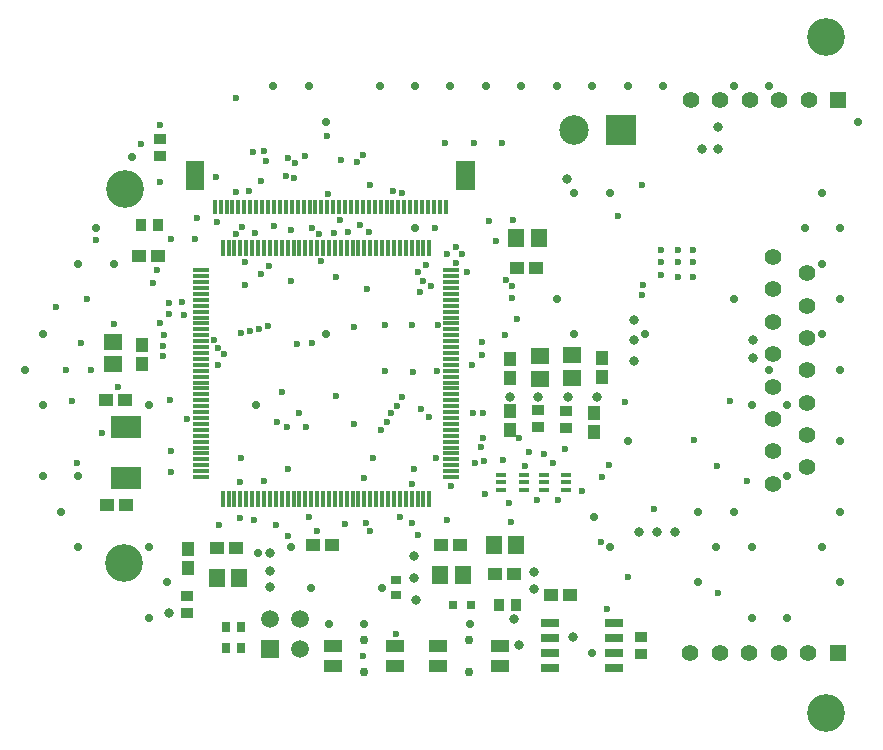
<source format=gbr>
G04*
G04 #@! TF.GenerationSoftware,Altium Limited,Altium Designer,25.1.2 (22)*
G04*
G04 Layer_Color=8388736*
%FSLAX25Y25*%
%MOIN*%
G70*
G04*
G04 #@! TF.SameCoordinates,8CEF69DF-C305-4807-9533-15B17650E19F*
G04*
G04*
G04 #@! TF.FilePolarity,Negative*
G04*
G01*
G75*
%ADD16R,0.01378X0.05315*%
%ADD17R,0.05315X0.01378*%
%ADD18R,0.04134X0.03543*%
%ADD19R,0.01200X0.04700*%
%ADD20R,0.03347X0.01575*%
G04:AMPARAMS|DCode=21|XSize=61.02mil|YSize=23.62mil|CornerRadius=2.01mil|HoleSize=0mil|Usage=FLASHONLY|Rotation=0.000|XOffset=0mil|YOffset=0mil|HoleType=Round|Shape=RoundedRectangle|*
%AMROUNDEDRECTD21*
21,1,0.06102,0.01961,0,0,0.0*
21,1,0.05701,0.02362,0,0,0.0*
1,1,0.00402,0.02850,-0.00980*
1,1,0.00402,-0.02850,-0.00980*
1,1,0.00402,-0.02850,0.00980*
1,1,0.00402,0.02850,0.00980*
%
%ADD21ROUNDEDRECTD21*%
%ADD22R,0.03150X0.03740*%
%ADD23R,0.04758X0.03985*%
%ADD24R,0.06102X0.03937*%
%ADD25R,0.03740X0.03150*%
%ADD26R,0.03150X0.03150*%
%ADD27R,0.03543X0.04134*%
%ADD28R,0.05512X0.05906*%
%ADD29R,0.05906X0.05512*%
%ADD30R,0.03985X0.04758*%
%ADD31R,0.03347X0.01378*%
%ADD32R,0.10236X0.07480*%
%ADD33C,0.12598*%
%ADD34R,0.09843X0.09843*%
%ADD35C,0.09843*%
%ADD36C,0.05500*%
%ADD37R,0.05512X0.05512*%
%ADD38C,0.05512*%
%ADD39C,0.05984*%
%ADD40R,0.05984X0.05984*%
%ADD41C,0.02953*%
%ADD42C,0.02800*%
%ADD43C,0.02362*%
%ADD44C,0.03150*%
G36*
X431378Y447441D02*
Y438041D01*
X437678Y438041D01*
Y447441D01*
X431378D01*
D02*
G37*
G36*
X521578D02*
Y438041D01*
X527878Y438041D01*
Y447441D01*
X521578D01*
D02*
G37*
D16*
X443760Y418513D02*
D03*
X445728Y418513D02*
D03*
X447697D02*
D03*
X449665D02*
D03*
X451634D02*
D03*
X453602D02*
D03*
X455571D02*
D03*
X457539Y418513D02*
D03*
X459508D02*
D03*
X461476Y418513D02*
D03*
X463445D02*
D03*
X465413D02*
D03*
X467382D02*
D03*
X469350D02*
D03*
X471319Y418513D02*
D03*
X473287Y418513D02*
D03*
X475256D02*
D03*
X477224D02*
D03*
X479193D02*
D03*
X481161D02*
D03*
X483130D02*
D03*
X485098Y418513D02*
D03*
X487067Y418513D02*
D03*
X489035D02*
D03*
X491004D02*
D03*
X492972D02*
D03*
X494941D02*
D03*
X496909Y418513D02*
D03*
X498878D02*
D03*
X500846Y418513D02*
D03*
X502815D02*
D03*
X504783D02*
D03*
X506752D02*
D03*
X508720D02*
D03*
X510689D02*
D03*
X512657Y418513D02*
D03*
Y334852D02*
D03*
X510689Y334852D02*
D03*
X508720D02*
D03*
X506752D02*
D03*
X504783D02*
D03*
X502815D02*
D03*
X500846D02*
D03*
X498878Y334852D02*
D03*
X496909D02*
D03*
X494941Y334852D02*
D03*
X492972D02*
D03*
X491004D02*
D03*
X489035D02*
D03*
X487067D02*
D03*
X485098Y334852D02*
D03*
X483130Y334852D02*
D03*
X481161D02*
D03*
X479193D02*
D03*
X477224D02*
D03*
X475256D02*
D03*
X473287D02*
D03*
X471319Y334852D02*
D03*
X469350Y334852D02*
D03*
X467382D02*
D03*
X465413D02*
D03*
X463445D02*
D03*
X461476D02*
D03*
X459508Y334852D02*
D03*
X457539D02*
D03*
X455571Y334852D02*
D03*
X453602D02*
D03*
X451634D02*
D03*
X449665D02*
D03*
X447697D02*
D03*
X445728D02*
D03*
X443760Y334852D02*
D03*
D17*
X520039Y411131D02*
D03*
X520039Y409163D02*
D03*
Y407194D02*
D03*
Y405226D02*
D03*
Y403257D02*
D03*
Y401289D02*
D03*
Y399320D02*
D03*
X520039Y397352D02*
D03*
Y395383D02*
D03*
X520039Y393415D02*
D03*
Y391446D02*
D03*
Y389478D02*
D03*
Y387509D02*
D03*
Y385541D02*
D03*
X520039Y383572D02*
D03*
X520039Y381604D02*
D03*
Y379635D02*
D03*
Y377667D02*
D03*
Y375698D02*
D03*
Y373730D02*
D03*
Y371761D02*
D03*
X520039Y369793D02*
D03*
X520039Y367824D02*
D03*
Y365856D02*
D03*
Y363887D02*
D03*
Y361918D02*
D03*
Y359950D02*
D03*
X520039Y357981D02*
D03*
Y356013D02*
D03*
X520039Y354045D02*
D03*
Y352076D02*
D03*
Y350108D02*
D03*
Y348139D02*
D03*
Y346170D02*
D03*
Y344202D02*
D03*
X520039Y342233D02*
D03*
X436378D02*
D03*
X436378Y344202D02*
D03*
Y346170D02*
D03*
Y348139D02*
D03*
Y350108D02*
D03*
Y352076D02*
D03*
Y354045D02*
D03*
X436378Y356013D02*
D03*
Y357981D02*
D03*
X436378Y359950D02*
D03*
Y361918D02*
D03*
Y363887D02*
D03*
Y365856D02*
D03*
Y367824D02*
D03*
X436378Y369793D02*
D03*
X436378Y371761D02*
D03*
Y373730D02*
D03*
Y375698D02*
D03*
Y377667D02*
D03*
Y379635D02*
D03*
Y381604D02*
D03*
X436378Y383572D02*
D03*
X436378Y385541D02*
D03*
Y387509D02*
D03*
Y389478D02*
D03*
Y391446D02*
D03*
Y393415D02*
D03*
X436378Y395383D02*
D03*
Y397352D02*
D03*
X436378Y399320D02*
D03*
Y401289D02*
D03*
Y403257D02*
D03*
Y405226D02*
D03*
Y407194D02*
D03*
Y409163D02*
D03*
X436378Y411131D02*
D03*
D18*
X423000Y454854D02*
D03*
Y449146D02*
D03*
X548995Y358778D02*
D03*
Y364487D02*
D03*
X558262Y364351D02*
D03*
Y358642D02*
D03*
X583102Y283146D02*
D03*
Y288854D02*
D03*
X431918Y302643D02*
D03*
Y296935D02*
D03*
D19*
X441115Y432092D02*
D03*
X443090D02*
D03*
X445065D02*
D03*
X447040D02*
D03*
X449015D02*
D03*
X450990D02*
D03*
X452965D02*
D03*
X454940D02*
D03*
X456915D02*
D03*
X458890D02*
D03*
X460865D02*
D03*
X462840D02*
D03*
X464815D02*
D03*
X466790D02*
D03*
X468765D02*
D03*
X470740D02*
D03*
X472715D02*
D03*
X474690D02*
D03*
X476665D02*
D03*
X478640D02*
D03*
X480615D02*
D03*
X482590D02*
D03*
X484565D02*
D03*
X486540D02*
D03*
X488515D02*
D03*
X490490D02*
D03*
X492465D02*
D03*
X494440D02*
D03*
X496415D02*
D03*
X498390D02*
D03*
X500365D02*
D03*
X502340D02*
D03*
X504315D02*
D03*
X506290D02*
D03*
X508265D02*
D03*
X510240D02*
D03*
X512215D02*
D03*
X514190D02*
D03*
X516165D02*
D03*
X518140D02*
D03*
D20*
X558232Y337918D02*
D03*
X558232Y340477D02*
D03*
X558232Y343037D02*
D03*
X550752D02*
D03*
Y340477D02*
D03*
Y337918D02*
D03*
D21*
X574130Y293500D02*
D03*
Y288500D02*
D03*
Y283500D02*
D03*
Y278500D02*
D03*
X552870D02*
D03*
Y283500D02*
D03*
Y288500D02*
D03*
Y293500D02*
D03*
D22*
X449903Y292355D02*
D03*
X444785D02*
D03*
Y285390D02*
D03*
X449903D02*
D03*
D23*
X559449Y302792D02*
D03*
X553135D02*
D03*
X534684Y309810D02*
D03*
X540998D02*
D03*
X541843Y412000D02*
D03*
X548157D02*
D03*
X422157Y416000D02*
D03*
X415843D02*
D03*
X411639Y332941D02*
D03*
X405325D02*
D03*
X411295Y368059D02*
D03*
X404981D02*
D03*
X448157Y318500D02*
D03*
X441843D02*
D03*
X473843Y319500D02*
D03*
X480157D02*
D03*
X516665D02*
D03*
X522979D02*
D03*
D24*
X515665Y279153D02*
D03*
Y285846D02*
D03*
X536335Y279153D02*
D03*
Y285846D02*
D03*
X480665Y279153D02*
D03*
Y285846D02*
D03*
X501335Y279153D02*
D03*
Y285846D02*
D03*
D25*
X501500Y302941D02*
D03*
Y308059D02*
D03*
D26*
X520547Y299500D02*
D03*
X526453D02*
D03*
D27*
X541500D02*
D03*
X535791D02*
D03*
X422124Y426169D02*
D03*
X416415D02*
D03*
D28*
X516289Y309618D02*
D03*
X523769D02*
D03*
X549076Y421929D02*
D03*
X541596D02*
D03*
X534191Y319693D02*
D03*
X541671D02*
D03*
X449289Y308618D02*
D03*
X441809D02*
D03*
D29*
X549382Y375050D02*
D03*
Y382530D02*
D03*
X560225Y375271D02*
D03*
Y382751D02*
D03*
X407118Y379841D02*
D03*
Y387321D02*
D03*
D30*
X567500Y363657D02*
D03*
Y357343D02*
D03*
X539500Y364157D02*
D03*
Y357843D02*
D03*
X432124Y318143D02*
D03*
Y311829D02*
D03*
X570107Y375455D02*
D03*
Y381769D02*
D03*
X417000Y379843D02*
D03*
Y386157D02*
D03*
X539500Y375343D02*
D03*
Y381657D02*
D03*
D31*
X544339Y343059D02*
D03*
Y340500D02*
D03*
Y337941D02*
D03*
X536661D02*
D03*
Y340500D02*
D03*
Y343059D02*
D03*
D32*
X411530Y342035D02*
D03*
Y358965D02*
D03*
D33*
X411110Y438321D02*
D03*
X411000Y313500D02*
D03*
X645000Y263500D02*
D03*
Y489000D02*
D03*
D34*
X576563Y458005D02*
D03*
D35*
X560972D02*
D03*
D36*
X638500Y410150D02*
D03*
Y399362D02*
D03*
Y388575D02*
D03*
Y377787D02*
D03*
Y367000D02*
D03*
Y356213D02*
D03*
Y345425D02*
D03*
X627319Y415543D02*
D03*
Y404756D02*
D03*
Y393969D02*
D03*
Y383181D02*
D03*
Y372394D02*
D03*
Y361606D02*
D03*
Y350819D02*
D03*
Y340032D02*
D03*
D37*
X649000Y468000D02*
D03*
X648842Y283500D02*
D03*
D38*
X639157Y468000D02*
D03*
X629315D02*
D03*
X619472D02*
D03*
X609630D02*
D03*
X599787D02*
D03*
X599630Y283500D02*
D03*
X609472D02*
D03*
X619315Y283500D02*
D03*
X629157D02*
D03*
X639000Y283500D02*
D03*
D39*
X469500Y285000D02*
D03*
Y295000D02*
D03*
X459500D02*
D03*
D40*
Y285000D02*
D03*
D41*
X526000Y277087D02*
D03*
Y287913D02*
D03*
X491000Y277087D02*
D03*
Y287913D02*
D03*
D42*
X419291Y366142D02*
D03*
X507874Y425197D02*
D03*
X478346Y460630D02*
D03*
X425197Y307086D02*
D03*
X413386Y448819D02*
D03*
X419291Y318898D02*
D03*
X567705Y328811D02*
D03*
X526366Y293378D02*
D03*
X496839Y305189D02*
D03*
X490933Y293378D02*
D03*
X473216Y305189D02*
D03*
X479122Y293378D02*
D03*
X455500Y317000D02*
D03*
X655512Y460630D02*
D03*
X649606Y425197D02*
D03*
Y401575D02*
D03*
Y377953D02*
D03*
Y354331D02*
D03*
Y330709D02*
D03*
Y307086D02*
D03*
X643701Y437008D02*
D03*
X637795Y425197D02*
D03*
X643701Y413386D02*
D03*
Y389764D02*
D03*
Y318898D02*
D03*
X625984Y472441D02*
D03*
Y377953D02*
D03*
X631890Y366142D02*
D03*
Y342520D02*
D03*
Y295275D02*
D03*
X614173Y472441D02*
D03*
Y401575D02*
D03*
X620079Y366142D02*
D03*
X614173Y330709D02*
D03*
X620079Y318898D02*
D03*
Y295275D02*
D03*
X602362Y330709D02*
D03*
X608267Y318898D02*
D03*
X602362Y307086D02*
D03*
X590551Y472441D02*
D03*
X578740D02*
D03*
X584646Y389764D02*
D03*
X578740Y354331D02*
D03*
X566929Y472441D02*
D03*
X572834Y437008D02*
D03*
Y318898D02*
D03*
X566929Y283465D02*
D03*
X555118Y472441D02*
D03*
X561023Y437008D02*
D03*
X555118Y401575D02*
D03*
X561023Y389764D02*
D03*
X543307Y472441D02*
D03*
X531496D02*
D03*
X519685D02*
D03*
X507874D02*
D03*
X496063D02*
D03*
X472441D02*
D03*
X478346Y389764D02*
D03*
X460630Y472441D02*
D03*
X466535Y318898D02*
D03*
X454724Y366142D02*
D03*
X419291Y295275D02*
D03*
X401575Y425197D02*
D03*
X407480Y413386D02*
D03*
X395669D02*
D03*
Y342520D02*
D03*
X389764Y330709D02*
D03*
X395669Y318898D02*
D03*
X383858Y389764D02*
D03*
X377953Y377953D02*
D03*
X383858Y366142D02*
D03*
Y342520D02*
D03*
D43*
X452500Y437500D02*
D03*
X510500Y407500D02*
D03*
X426500Y421500D02*
D03*
X537000Y453500D02*
D03*
X527500D02*
D03*
X518000D02*
D03*
X478500Y455862D02*
D03*
X514470Y425398D02*
D03*
X513228Y405945D02*
D03*
X518500Y416500D02*
D03*
X511500Y413000D02*
D03*
X508903Y410742D02*
D03*
X448332Y437138D02*
D03*
X456500Y441000D02*
D03*
X441394Y442106D02*
D03*
X448199Y468676D02*
D03*
X465457Y448500D02*
D03*
X468000Y447000D02*
D03*
X457500Y451000D02*
D03*
X453894Y450606D02*
D03*
X458307Y447519D02*
D03*
X466500Y424500D02*
D03*
X464753Y442457D02*
D03*
X423000Y459500D02*
D03*
X416415Y453298D02*
D03*
X423000Y440632D02*
D03*
X435074Y428559D02*
D03*
X441894Y427106D02*
D03*
X425818Y400106D02*
D03*
X481500Y409000D02*
D03*
X492500Y424000D02*
D03*
X485462Y424011D02*
D03*
X489500Y426379D02*
D03*
X483000Y427970D02*
D03*
X471282Y449228D02*
D03*
X466500Y407500D02*
D03*
X456406Y409772D02*
D03*
X451331Y414000D02*
D03*
X459173Y412591D02*
D03*
X454383Y423617D02*
D03*
X448258Y423359D02*
D03*
X450120Y425651D02*
D03*
X461000Y426000D02*
D03*
X481000Y423500D02*
D03*
X503384Y436868D02*
D03*
X500500Y437500D02*
D03*
X492728Y439569D02*
D03*
X490500Y449728D02*
D03*
X479000Y436500D02*
D03*
X483115Y447879D02*
D03*
X467644Y441856D02*
D03*
X488680Y447359D02*
D03*
X473406Y425399D02*
D03*
X475870Y423130D02*
D03*
X521390Y418862D02*
D03*
X421934Y411360D02*
D03*
X420684Y406897D02*
D03*
X501500Y290000D02*
D03*
X583500Y403000D02*
D03*
X583878Y406188D02*
D03*
X590000Y409522D02*
D03*
X600500Y409000D02*
D03*
X595500D02*
D03*
X618500Y341000D02*
D03*
X587500Y331500D02*
D03*
X608500Y346000D02*
D03*
X601000Y354500D02*
D03*
X595500Y414000D02*
D03*
X590000Y418000D02*
D03*
Y414000D02*
D03*
X600500D02*
D03*
X595500Y418000D02*
D03*
X613000Y367500D02*
D03*
X600500Y418000D02*
D03*
X571772Y298148D02*
D03*
X531216Y336579D02*
D03*
X531000Y347500D02*
D03*
X527936Y346936D02*
D03*
X498500Y360631D02*
D03*
X496500Y358022D02*
D03*
X476586Y414084D02*
D03*
X577786Y367214D02*
D03*
X469364Y363636D02*
D03*
X465346Y358980D02*
D03*
X463500Y370612D02*
D03*
X471500Y359000D02*
D03*
X498000Y377741D02*
D03*
X481648Y369228D02*
D03*
X540500Y428000D02*
D03*
X515000Y348500D02*
D03*
X608926Y303574D02*
D03*
X579000Y309000D02*
D03*
X572626Y346374D02*
D03*
X553803Y346803D02*
D03*
X558000Y351500D02*
D03*
X542601Y355399D02*
D03*
X539285Y333629D02*
D03*
X548500Y334500D02*
D03*
X532647Y427646D02*
D03*
X535000Y421000D02*
D03*
X542000Y395000D02*
D03*
X537140Y347852D02*
D03*
X518500Y327816D02*
D03*
X454043Y328000D02*
D03*
X442500Y326228D02*
D03*
X491500Y327000D02*
D03*
X492772Y324148D02*
D03*
X490500Y282500D02*
D03*
X583539Y439461D02*
D03*
X530500Y363500D02*
D03*
X530644Y355144D02*
D03*
X529945Y352275D02*
D03*
X546025Y350572D02*
D03*
X570127Y342187D02*
D03*
X563418Y337734D02*
D03*
X570000Y320500D02*
D03*
X512394Y362394D02*
D03*
X509772Y364913D02*
D03*
X539883Y327155D02*
D03*
X525074Y410741D02*
D03*
X523500Y416500D02*
D03*
X521500Y413592D02*
D03*
X515500Y393000D02*
D03*
X507000D02*
D03*
X449902Y348718D02*
D03*
X538224Y408000D02*
D03*
X540272Y402000D02*
D03*
Y405757D02*
D03*
X530272Y387228D02*
D03*
X520000Y339316D02*
D03*
X509500Y403816D02*
D03*
X401500Y421316D02*
D03*
X407610Y393277D02*
D03*
X400000Y378000D02*
D03*
X391500D02*
D03*
X395157Y346973D02*
D03*
X503000Y328816D02*
D03*
X487633Y359857D02*
D03*
X449712Y390212D02*
D03*
X442046Y385239D02*
D03*
X441000Y388000D02*
D03*
X444244Y383228D02*
D03*
X487500Y392316D02*
D03*
X575521Y429328D02*
D03*
X396500Y387000D02*
D03*
X544496Y345996D02*
D03*
X555500Y334500D02*
D03*
X530272Y382816D02*
D03*
X527113Y363703D02*
D03*
X472439Y328816D02*
D03*
X449500Y340500D02*
D03*
X426500Y350816D02*
D03*
X442365Y379451D02*
D03*
X431000Y396316D02*
D03*
X430361Y400573D02*
D03*
X492000Y404816D02*
D03*
X551000Y350000D02*
D03*
X475341Y324228D02*
D03*
X498000Y393000D02*
D03*
X538000Y389500D02*
D03*
X465439Y322579D02*
D03*
X398500Y401500D02*
D03*
X434500Y421500D02*
D03*
X393500Y367500D02*
D03*
X409000Y372132D02*
D03*
X403500Y357000D02*
D03*
X388351Y399032D02*
D03*
X426000Y396500D02*
D03*
X451285Y406219D02*
D03*
X431892Y361615D02*
D03*
X426500Y344000D02*
D03*
X461488Y326331D02*
D03*
X515091Y377480D02*
D03*
X426177Y367824D02*
D03*
X423772Y386000D02*
D03*
Y382500D02*
D03*
X424272Y389500D02*
D03*
X423000Y393500D02*
D03*
X506728Y327000D02*
D03*
X509000Y323000D02*
D03*
X449500Y328500D02*
D03*
X527000Y379500D02*
D03*
X457500Y341000D02*
D03*
X507500Y345000D02*
D03*
X507000Y340000D02*
D03*
X507081Y377361D02*
D03*
X473500Y387000D02*
D03*
X500019Y363532D02*
D03*
X502000Y366000D02*
D03*
X503500Y369000D02*
D03*
X459000Y392500D02*
D03*
X456000Y391500D02*
D03*
X453000Y391000D02*
D03*
X465500Y345000D02*
D03*
X462000Y360500D02*
D03*
X468500Y386500D02*
D03*
X484500Y326500D02*
D03*
X491000Y342000D02*
D03*
X494000Y348500D02*
D03*
D44*
X508343Y301157D02*
D03*
X560500Y289000D02*
D03*
X541000Y295000D02*
D03*
X547500Y305000D02*
D03*
X542500Y286091D02*
D03*
X426000Y297000D02*
D03*
X603500Y451500D02*
D03*
X620500Y382000D02*
D03*
X582500Y324000D02*
D03*
X588500D02*
D03*
X594500D02*
D03*
X581000Y394500D02*
D03*
X620500Y388000D02*
D03*
X581000Y381000D02*
D03*
Y388000D02*
D03*
X568500Y369000D02*
D03*
X559000D02*
D03*
X549000D02*
D03*
X539500D02*
D03*
X609000Y451500D02*
D03*
Y459000D02*
D03*
X507500Y315802D02*
D03*
X558500Y441500D02*
D03*
X459500Y317000D02*
D03*
Y311000D02*
D03*
Y305500D02*
D03*
X507500Y308500D02*
D03*
X547500Y310500D02*
D03*
M02*

</source>
